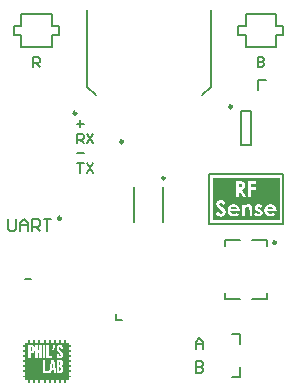
<source format=gbr>
%TF.GenerationSoftware,Altium Limited,Altium Designer,21.7.2 (23)*%
G04 Layer_Color=65535*
%FSLAX45Y45*%
%MOMM*%
%TF.SameCoordinates,838FB56E-0ED7-4152-9A2E-8E5145BDEB09*%
%TF.FilePolarity,Positive*%
%TF.FileFunction,Legend,Top*%
%TF.Part,Single*%
G01*
G75*
%TA.AperFunction,NonConductor*%
%ADD49C,0.15000*%
%ADD54C,0.22000*%
%ADD55C,0.25400*%
%ADD56C,0.25000*%
%ADD57C,0.20000*%
G36*
X-702737Y-445425D02*
X-702400D01*
Y-469725D01*
X-701387D01*
Y-470063D01*
X-701050D01*
Y-469725D01*
X-676075D01*
Y-489300D01*
X-654137D01*
Y-505500D01*
X-676075D01*
Y-532163D01*
X-654137D01*
Y-548362D01*
X-676075D01*
Y-574687D01*
X-654137D01*
Y-591225D01*
X-676075D01*
Y-617550D01*
X-654137D01*
Y-634087D01*
X-676075D01*
Y-660075D01*
X-654137D01*
Y-676613D01*
X-676075D01*
Y-702937D01*
X-654137D01*
Y-719475D01*
X-676075D01*
Y-745800D01*
X-654137D01*
Y-762000D01*
X-675738D01*
Y-762338D01*
X-676075D01*
Y-781575D01*
X-702400D01*
Y-782250D01*
X-702737D01*
Y-782587D01*
X-702400D01*
Y-805537D01*
X-702737D01*
Y-805875D01*
X-702400D01*
Y-806213D01*
X-719612D01*
Y-781575D01*
X-745262D01*
Y-806213D01*
X-761800D01*
Y-781575D01*
X-788125D01*
Y-806213D01*
X-804325D01*
Y-781575D01*
X-830650D01*
Y-783263D01*
X-830987D01*
Y-783600D01*
X-830650D01*
Y-805200D01*
X-830987D01*
Y-805537D01*
X-830650D01*
Y-805875D01*
X-830987D01*
Y-806213D01*
X-847188D01*
Y-800475D01*
Y-800138D01*
Y-781575D01*
X-873512D01*
Y-806213D01*
X-889712D01*
Y-782250D01*
X-890050D01*
Y-781575D01*
X-916375D01*
Y-806213D01*
X-932575D01*
Y-805875D01*
X-932912D01*
Y-783600D01*
X-932575D01*
Y-783263D01*
X-932912D01*
Y-781575D01*
X-958900D01*
Y-806213D01*
X-975437D01*
Y-781575D01*
X-1001762D01*
Y-806213D01*
X-1018300D01*
Y-781575D01*
X-1042937D01*
Y-762000D01*
X-1067237D01*
Y-745800D01*
X-1042937D01*
Y-719475D01*
X-1067237D01*
Y-702937D01*
X-1066900D01*
Y-703275D01*
X-1066563D01*
Y-702937D01*
X-1042937D01*
Y-676613D01*
X-1067237D01*
Y-660075D01*
X-1042937D01*
Y-634087D01*
X-1067237D01*
Y-617550D01*
X-1042937D01*
Y-591225D01*
X-1067237D01*
Y-575025D01*
X-1067575D01*
Y-574687D01*
X-1042937D01*
Y-548362D01*
X-1067575D01*
Y-548025D01*
X-1067237D01*
Y-532163D01*
X-1042937D01*
Y-505500D01*
X-1067237D01*
Y-489300D01*
X-1042937D01*
Y-470063D01*
X-1042600D01*
Y-469725D01*
X-1041925D01*
Y-470063D01*
X-1041587D01*
Y-469725D01*
X-1018975D01*
Y-470063D01*
X-1018637D01*
Y-469725D01*
X-1018300D01*
Y-445425D01*
X-1017625D01*
Y-445088D01*
X-1017287D01*
Y-445425D01*
X-1016950D01*
Y-445088D01*
X-1002100D01*
Y-445425D01*
X-1001762D01*
Y-469725D01*
X-1000750D01*
Y-470063D01*
X-1000412D01*
Y-469725D01*
X-975437D01*
Y-445425D01*
X-975100D01*
Y-445088D01*
X-959237D01*
Y-445425D01*
X-958900D01*
Y-469725D01*
X-957550D01*
Y-470063D01*
X-957212D01*
Y-469725D01*
X-933925D01*
Y-470063D01*
X-933587D01*
Y-469725D01*
X-932912D01*
Y-468713D01*
X-932575D01*
Y-468375D01*
X-932912D01*
Y-445763D01*
X-932575D01*
Y-445088D01*
X-916375D01*
Y-469725D01*
X-892075D01*
Y-470063D01*
X-891737D01*
Y-469725D01*
X-891062D01*
Y-470063D01*
X-890725D01*
Y-469725D01*
X-890050D01*
Y-469387D01*
X-889712D01*
Y-445088D01*
X-874187D01*
Y-445425D01*
X-873850D01*
Y-445088D01*
X-873512D01*
Y-469725D01*
X-848537D01*
Y-470063D01*
X-848200D01*
Y-469725D01*
X-847188D01*
Y-445425D01*
X-846850D01*
Y-445088D01*
X-830987D01*
Y-445763D01*
X-830650D01*
Y-469725D01*
X-805675D01*
Y-470063D01*
X-805337D01*
Y-469725D01*
X-805000D01*
Y-470063D01*
X-804662D01*
Y-469725D01*
X-804325D01*
Y-445088D01*
X-803987D01*
Y-445425D01*
X-803650D01*
Y-445088D01*
X-788125D01*
Y-469725D01*
X-787112D01*
Y-470063D01*
X-786775D01*
Y-469725D01*
X-761800D01*
Y-445425D01*
X-761463D01*
Y-445088D01*
X-745600D01*
Y-445425D01*
X-745262D01*
Y-469725D01*
X-744588D01*
Y-470063D01*
X-743912D01*
Y-469725D01*
X-721637D01*
Y-470063D01*
X-721300D01*
Y-469725D01*
X-719612D01*
Y-445088D01*
X-702737D01*
Y-445425D01*
D02*
G37*
G36*
X1107903Y766662D02*
Y575038D01*
X542097D01*
Y766662D01*
Y924962D01*
X1107903D01*
Y766662D01*
D02*
G37*
%LPC*%
G36*
X-748975Y-488288D02*
X-755725D01*
Y-488625D01*
X-758425D01*
Y-488962D01*
X-760113D01*
Y-489300D01*
X-761463D01*
Y-489638D01*
X-762475D01*
Y-489975D01*
X-763487D01*
Y-490312D01*
X-764500D01*
Y-490650D01*
X-765175D01*
Y-490988D01*
X-765850D01*
Y-491325D01*
X-766525D01*
Y-491662D01*
X-767200D01*
Y-492000D01*
X-767875D01*
Y-492338D01*
X-768212D01*
Y-492675D01*
X-768887D01*
Y-493012D01*
X-769225D01*
Y-493350D01*
X-769562D01*
Y-493688D01*
X-769900D01*
Y-494025D01*
X-770575D01*
Y-494362D01*
X-770912D01*
Y-494700D01*
X-771250D01*
Y-495038D01*
X-771587D01*
Y-495375D01*
X-771925D01*
Y-495712D01*
X-772262D01*
Y-496050D01*
X-772600D01*
Y-496725D01*
X-772937D01*
Y-497063D01*
X-773275D01*
Y-497400D01*
X-773612D01*
Y-498075D01*
X-773950D01*
Y-498413D01*
X-774288D01*
Y-499087D01*
X-774625D01*
Y-499425D01*
X-774962D01*
Y-500100D01*
X-775300D01*
Y-500775D01*
X-775638D01*
Y-501450D01*
X-775975D01*
Y-502125D01*
X-776312D01*
Y-502800D01*
X-776650D01*
Y-503475D01*
X-776988D01*
Y-504825D01*
X-777325D01*
Y-505500D01*
X-777662D01*
Y-506850D01*
X-778000D01*
Y-508200D01*
X-778338D01*
Y-510225D01*
X-778675D01*
Y-514275D01*
X-779012D01*
Y-518325D01*
X-778675D01*
Y-522038D01*
X-778338D01*
Y-523725D01*
X-778000D01*
Y-525412D01*
X-777662D01*
Y-526762D01*
X-777325D01*
Y-527775D01*
X-776988D01*
Y-528788D01*
X-776650D01*
Y-529800D01*
X-776312D01*
Y-530475D01*
X-775975D01*
Y-531150D01*
X-775638D01*
Y-531825D01*
X-775300D01*
Y-532837D01*
X-774962D01*
Y-533175D01*
X-774625D01*
Y-533850D01*
X-774288D01*
Y-534525D01*
X-773950D01*
Y-534863D01*
X-773612D01*
Y-535537D01*
X-773275D01*
Y-536213D01*
X-772937D01*
Y-536550D01*
X-772600D01*
Y-537225D01*
X-772262D01*
Y-537563D01*
X-771925D01*
Y-537900D01*
X-771587D01*
Y-538575D01*
X-771250D01*
Y-538913D01*
X-770912D01*
Y-539250D01*
X-770575D01*
Y-539925D01*
X-770237D01*
Y-540263D01*
X-769900D01*
Y-540600D01*
X-769562D01*
Y-540937D01*
X-769225D01*
Y-541613D01*
X-768887D01*
Y-541950D01*
X-768550D01*
Y-542287D01*
X-768212D01*
Y-542625D01*
X-767875D01*
Y-542963D01*
X-767537D01*
Y-543300D01*
X-767200D01*
Y-543637D01*
X-766862D01*
Y-543975D01*
X-766525D01*
Y-544650D01*
X-765850D01*
Y-545325D01*
X-765512D01*
Y-545663D01*
X-765175D01*
Y-546000D01*
X-764837D01*
Y-546337D01*
X-764163D01*
Y-547013D01*
X-763487D01*
Y-547687D01*
X-762813D01*
Y-548025D01*
X-762475D01*
Y-548362D01*
X-762137D01*
Y-548700D01*
X-761800D01*
Y-549038D01*
X-761463D01*
Y-549375D01*
X-761125D01*
Y-549712D01*
X-760787D01*
Y-550050D01*
X-760450D01*
Y-550388D01*
X-759775D01*
Y-551062D01*
X-759100D01*
Y-551400D01*
X-758763D01*
Y-551738D01*
X-758425D01*
Y-552075D01*
X-758087D01*
Y-552412D01*
X-757750D01*
Y-552750D01*
X-757413D01*
Y-553088D01*
X-757075D01*
Y-553425D01*
X-756737D01*
Y-553762D01*
X-756062D01*
Y-554438D01*
X-755725D01*
Y-554775D01*
X-755387D01*
Y-555112D01*
X-754712D01*
Y-555450D01*
X-754375D01*
Y-555788D01*
X-754037D01*
Y-556462D01*
X-753362D01*
Y-556800D01*
X-753025D01*
Y-557475D01*
X-752687D01*
Y-557812D01*
X-752350D01*
Y-558150D01*
X-752012D01*
Y-558488D01*
X-751675D01*
Y-558825D01*
X-751337D01*
Y-559500D01*
X-750662D01*
Y-560175D01*
X-750325D01*
Y-560512D01*
X-749987D01*
Y-560850D01*
X-749650D01*
Y-561525D01*
X-749312D01*
Y-561862D01*
X-748975D01*
Y-562538D01*
X-748637D01*
Y-563212D01*
X-748300D01*
Y-563550D01*
X-747962D01*
Y-564225D01*
X-747625D01*
Y-565238D01*
X-747287D01*
Y-565913D01*
X-746950D01*
Y-566925D01*
X-746612D01*
Y-568613D01*
X-746275D01*
Y-570300D01*
X-745938D01*
Y-570637D01*
Y-577050D01*
X-746275D01*
Y-578737D01*
X-746612D01*
Y-579413D01*
X-746950D01*
Y-580087D01*
X-747287D01*
Y-580763D01*
X-747625D01*
Y-581100D01*
X-747962D01*
Y-581437D01*
X-748300D01*
Y-581775D01*
X-748637D01*
Y-582112D01*
X-749312D01*
Y-582450D01*
X-750325D01*
Y-582788D01*
X-752687D01*
Y-583125D01*
X-753362D01*
Y-582788D01*
X-755725D01*
Y-582450D01*
X-756737D01*
Y-582112D01*
X-757075D01*
Y-581775D01*
X-757750D01*
Y-581437D01*
X-758087D01*
Y-581100D01*
X-758425D01*
Y-580763D01*
X-758763D01*
Y-580087D01*
X-759100D01*
Y-579413D01*
X-759437D01*
Y-578400D01*
X-759775D01*
Y-577050D01*
X-760113D01*
Y-565238D01*
X-779012D01*
Y-565575D01*
X-779350D01*
Y-565913D01*
X-779012D01*
Y-566250D01*
X-779350D01*
Y-573000D01*
X-779012D01*
Y-578737D01*
X-778675D01*
Y-581100D01*
X-778338D01*
Y-582450D01*
X-778000D01*
Y-583800D01*
X-777662D01*
Y-584812D01*
X-777325D01*
Y-585825D01*
X-776988D01*
Y-586838D01*
X-776650D01*
Y-587512D01*
X-776312D01*
Y-588188D01*
X-775975D01*
Y-589200D01*
X-775638D01*
Y-589538D01*
X-775300D01*
Y-590212D01*
X-774962D01*
Y-590888D01*
X-774625D01*
Y-591225D01*
X-774288D01*
Y-591900D01*
X-773950D01*
Y-592238D01*
X-773612D01*
Y-592575D01*
X-773275D01*
Y-593250D01*
X-772937D01*
Y-593588D01*
X-772600D01*
Y-593925D01*
X-772262D01*
Y-594262D01*
X-771925D01*
Y-594600D01*
X-771587D01*
Y-594938D01*
X-771250D01*
Y-595275D01*
X-770912D01*
Y-595612D01*
X-770575D01*
Y-595950D01*
X-770237D01*
Y-596288D01*
X-769562D01*
Y-596625D01*
X-769225D01*
Y-596962D01*
X-768550D01*
Y-597300D01*
X-768212D01*
Y-597638D01*
X-767875D01*
Y-597975D01*
X-767200D01*
Y-598312D01*
X-766525D01*
Y-598650D01*
X-765850D01*
Y-598988D01*
X-764837D01*
Y-599325D01*
X-764163D01*
Y-599663D01*
X-763150D01*
Y-600000D01*
X-762137D01*
Y-600337D01*
X-760787D01*
Y-600675D01*
X-759100D01*
Y-601013D01*
X-757075D01*
Y-601350D01*
X-748975D01*
Y-601013D01*
X-746275D01*
Y-600675D01*
X-744925D01*
Y-600337D01*
X-743575D01*
Y-600000D01*
X-742562D01*
Y-599663D01*
X-741550D01*
Y-599325D01*
X-740538D01*
Y-598988D01*
X-739862D01*
Y-598650D01*
X-739187D01*
Y-598312D01*
X-738512D01*
Y-597975D01*
X-737837D01*
Y-597638D01*
X-737500D01*
Y-597300D01*
X-736825D01*
Y-596962D01*
X-736487D01*
Y-596625D01*
X-735812D01*
Y-596288D01*
X-735475D01*
Y-595950D01*
X-735137D01*
Y-595612D01*
X-734462D01*
Y-595275D01*
X-734125D01*
Y-594938D01*
X-733787D01*
Y-594600D01*
X-733450D01*
Y-594262D01*
X-733112D01*
Y-593925D01*
X-732775D01*
Y-593588D01*
X-732437D01*
Y-593250D01*
X-732100D01*
Y-592575D01*
X-731762D01*
Y-592238D01*
X-731425D01*
Y-591900D01*
X-731087D01*
Y-591225D01*
X-730750D01*
Y-590888D01*
X-730413D01*
Y-590212D01*
X-730075D01*
Y-589538D01*
X-729737D01*
Y-589200D01*
X-729400D01*
Y-588525D01*
X-729063D01*
Y-587850D01*
X-728725D01*
Y-586838D01*
X-728387D01*
Y-586162D01*
X-728050D01*
Y-585150D01*
X-727713D01*
Y-584138D01*
X-727375D01*
Y-583125D01*
X-727037D01*
Y-581775D01*
X-726700D01*
Y-580087D01*
X-726363D01*
Y-577387D01*
X-726025D01*
Y-567600D01*
X-726363D01*
Y-565238D01*
X-726700D01*
Y-563550D01*
X-727037D01*
Y-561862D01*
X-727375D01*
Y-560850D01*
X-727713D01*
Y-559500D01*
X-728050D01*
Y-558825D01*
X-728387D01*
Y-557812D01*
X-728725D01*
Y-556800D01*
X-729063D01*
Y-556125D01*
X-729400D01*
Y-555450D01*
X-729737D01*
Y-554775D01*
X-730075D01*
Y-554100D01*
X-730413D01*
Y-553762D01*
X-730750D01*
Y-553088D01*
X-731087D01*
Y-552412D01*
X-731425D01*
Y-551738D01*
X-731762D01*
Y-551400D01*
X-732100D01*
Y-550725D01*
X-732437D01*
Y-550388D01*
X-732775D01*
Y-549712D01*
X-733112D01*
Y-549375D01*
X-733450D01*
Y-549038D01*
X-733787D01*
Y-548700D01*
X-734125D01*
Y-548025D01*
X-734462D01*
Y-547687D01*
X-734800D01*
Y-547350D01*
X-735137D01*
Y-547013D01*
X-735475D01*
Y-546337D01*
X-735812D01*
Y-546000D01*
X-736150D01*
Y-545663D01*
X-736487D01*
Y-545325D01*
X-736825D01*
Y-544987D01*
X-737162D01*
Y-544650D01*
X-737500D01*
Y-544313D01*
X-737837D01*
Y-543975D01*
X-738175D01*
Y-543300D01*
X-738850D01*
Y-542963D01*
X-739187D01*
Y-542625D01*
X-739525D01*
Y-542287D01*
X-739862D01*
Y-541950D01*
X-740200D01*
Y-541613D01*
X-740538D01*
Y-541275D01*
X-740875D01*
Y-540937D01*
X-741212D01*
Y-540600D01*
X-741550D01*
Y-540263D01*
X-741888D01*
Y-539925D01*
X-742225D01*
Y-539587D01*
X-742562D01*
Y-539250D01*
X-742900D01*
Y-538913D01*
X-743238D01*
Y-538575D01*
X-743575D01*
Y-538237D01*
X-743912D01*
Y-537900D01*
X-744250D01*
Y-537563D01*
X-744925D01*
Y-537225D01*
X-745262D01*
Y-536887D01*
X-745600D01*
Y-536550D01*
X-745938D01*
Y-536213D01*
X-746275D01*
Y-535875D01*
X-746612D01*
Y-535537D01*
X-746950D01*
Y-535200D01*
X-747287D01*
Y-534863D01*
X-747962D01*
Y-534525D01*
X-748300D01*
Y-534187D01*
X-748637D01*
Y-533850D01*
X-748975D01*
Y-533513D01*
X-749312D01*
Y-533175D01*
X-749650D01*
Y-532837D01*
X-749987D01*
Y-532500D01*
X-750325D01*
Y-532163D01*
X-750662D01*
Y-531825D01*
X-751000D01*
Y-531488D01*
X-751337D01*
Y-531150D01*
X-751675D01*
Y-530813D01*
X-752012D01*
Y-530475D01*
X-752350D01*
Y-530138D01*
X-752687D01*
Y-529800D01*
X-753025D01*
Y-529125D01*
X-753362D01*
Y-528788D01*
X-753700D01*
Y-528450D01*
X-754037D01*
Y-528112D01*
X-754375D01*
Y-527438D01*
X-754712D01*
Y-527100D01*
X-755050D01*
Y-526762D01*
X-755387D01*
Y-526088D01*
X-755725D01*
Y-525750D01*
X-756062D01*
Y-525075D01*
X-756400D01*
Y-524738D01*
X-756737D01*
Y-523725D01*
X-757075D01*
Y-523050D01*
X-757413D01*
Y-522375D01*
X-757750D01*
Y-521362D01*
X-758087D01*
Y-520350D01*
X-758425D01*
Y-519000D01*
X-758763D01*
Y-516300D01*
X-759100D01*
Y-514275D01*
X-758763D01*
Y-511913D01*
X-758425D01*
Y-510225D01*
X-758087D01*
Y-509550D01*
X-757750D01*
Y-509213D01*
X-757413D01*
Y-508537D01*
X-757075D01*
Y-508200D01*
X-756737D01*
Y-507863D01*
X-756400D01*
Y-507525D01*
X-755725D01*
Y-507187D01*
X-755050D01*
Y-506850D01*
X-754037D01*
Y-506513D01*
X-750325D01*
Y-506850D01*
X-748975D01*
Y-507187D01*
X-748637D01*
Y-507525D01*
X-747962D01*
Y-507863D01*
X-747287D01*
Y-508537D01*
X-746950D01*
Y-508875D01*
X-746612D01*
Y-509213D01*
X-746275D01*
Y-510225D01*
X-745938D01*
Y-510900D01*
X-745600D01*
Y-512925D01*
X-745262D01*
Y-522712D01*
X-726700D01*
Y-522375D01*
X-726363D01*
Y-511575D01*
X-726700D01*
Y-508875D01*
X-727037D01*
Y-507525D01*
X-727375D01*
Y-505837D01*
X-727713D01*
Y-504825D01*
X-728050D01*
Y-503813D01*
X-728387D01*
Y-502800D01*
X-728725D01*
Y-502125D01*
X-729063D01*
Y-501450D01*
X-729400D01*
Y-500775D01*
X-729737D01*
Y-500100D01*
X-730075D01*
Y-499425D01*
X-730413D01*
Y-498750D01*
X-730750D01*
Y-498413D01*
X-731087D01*
Y-497738D01*
X-731425D01*
Y-497400D01*
X-731762D01*
Y-497063D01*
X-732100D01*
Y-496388D01*
X-732437D01*
Y-496050D01*
X-732775D01*
Y-495712D01*
X-733112D01*
Y-495375D01*
X-733450D01*
Y-495038D01*
X-733787D01*
Y-494700D01*
X-734125D01*
Y-494362D01*
X-734462D01*
Y-494025D01*
X-734800D01*
Y-493688D01*
X-735137D01*
Y-493350D01*
X-735475D01*
Y-493012D01*
X-736150D01*
Y-492675D01*
X-736487D01*
Y-492338D01*
X-737162D01*
Y-492000D01*
X-737500D01*
Y-491662D01*
X-738175D01*
Y-491325D01*
X-738850D01*
Y-490988D01*
X-739525D01*
Y-490650D01*
X-740200D01*
Y-490312D01*
X-741212D01*
Y-489975D01*
X-741888D01*
Y-489638D01*
X-743238D01*
Y-489300D01*
X-744588D01*
Y-488962D01*
X-746275D01*
Y-488625D01*
X-748975D01*
Y-488288D01*
D02*
G37*
G36*
X-794200Y-489975D02*
X-813775D01*
Y-490312D01*
X-813438D01*
Y-494700D01*
Y-495038D01*
Y-508537D01*
X-813775D01*
Y-508875D01*
X-808712D01*
Y-509550D01*
X-809050D01*
Y-510563D01*
X-809388D01*
Y-511575D01*
X-809725D01*
Y-512587D01*
X-810062D01*
Y-513600D01*
X-810400D01*
Y-514275D01*
X-810738D01*
Y-515288D01*
X-811075D01*
Y-516300D01*
X-811412D01*
Y-517312D01*
X-811750D01*
Y-518325D01*
X-812088D01*
Y-519338D01*
X-812425D01*
Y-520012D01*
X-812762D01*
Y-521025D01*
X-813100D01*
Y-522038D01*
X-813438D01*
Y-523388D01*
X-813775D01*
Y-524062D01*
X-814112D01*
Y-525075D01*
X-814450D01*
Y-526088D01*
X-814787D01*
Y-527100D01*
X-814450D01*
Y-527438D01*
X-814112D01*
Y-527100D01*
X-813775D01*
Y-527438D01*
X-804325D01*
Y-527100D01*
X-803987D01*
Y-526425D01*
X-803650D01*
Y-525750D01*
X-803312D01*
Y-525075D01*
X-802975D01*
Y-524400D01*
X-802637D01*
Y-523725D01*
X-802300D01*
Y-523050D01*
X-801962D01*
Y-522375D01*
X-801625D01*
Y-521362D01*
X-801287D01*
Y-520688D01*
X-800950D01*
Y-520012D01*
X-800612D01*
Y-519338D01*
X-800275D01*
Y-518662D01*
X-799937D01*
Y-517650D01*
X-799600D01*
Y-516975D01*
X-799262D01*
Y-516300D01*
X-798925D01*
Y-515625D01*
X-798587D01*
Y-514950D01*
X-798250D01*
Y-514275D01*
X-797913D01*
Y-513600D01*
X-797575D01*
Y-512587D01*
X-797237D01*
Y-511913D01*
X-796900D01*
Y-511237D01*
X-796563D01*
Y-510563D01*
X-796225D01*
Y-509887D01*
X-795887D01*
Y-509213D01*
X-795550D01*
Y-508537D01*
X-795213D01*
Y-507525D01*
X-794875D01*
Y-506850D01*
X-794537D01*
Y-506175D01*
X-794200D01*
Y-489975D01*
D02*
G37*
G36*
X-904562D02*
X-924475D01*
Y-490312D01*
X-924137D01*
Y-490650D01*
X-924475D01*
Y-533513D01*
X-939325D01*
Y-518325D01*
Y-517988D01*
Y-489975D01*
X-959237D01*
Y-599325D01*
X-958900D01*
Y-600000D01*
X-958562D01*
Y-599663D01*
X-940337D01*
Y-600000D01*
X-940000D01*
Y-599663D01*
X-939325D01*
Y-551400D01*
X-938987D01*
Y-551738D01*
X-924475D01*
Y-552075D01*
X-924137D01*
Y-552412D01*
X-924475D01*
Y-598650D01*
X-924137D01*
Y-598988D01*
X-924475D01*
Y-599663D01*
X-904562D01*
Y-489975D01*
D02*
G37*
G36*
X-987250D02*
X-1018300D01*
Y-599663D01*
X-998387D01*
Y-556462D01*
X-998050D01*
Y-556125D01*
X-986575D01*
Y-555788D01*
X-984887D01*
Y-555450D01*
X-983200D01*
Y-555112D01*
X-981850D01*
Y-554775D01*
X-980838D01*
Y-554438D01*
X-979825D01*
Y-554100D01*
X-979150D01*
Y-553762D01*
X-978475D01*
Y-553425D01*
X-977800D01*
Y-553088D01*
X-977125D01*
Y-552750D01*
X-976450D01*
Y-552412D01*
X-975775D01*
Y-552075D01*
X-975437D01*
Y-551738D01*
X-975100D01*
Y-551400D01*
X-974425D01*
Y-551062D01*
X-974087D01*
Y-550725D01*
X-973750D01*
Y-550388D01*
X-973412D01*
Y-550050D01*
X-972737D01*
Y-549712D01*
X-972400D01*
Y-549375D01*
X-972062D01*
Y-548700D01*
X-971387D01*
Y-548025D01*
X-971050D01*
Y-547687D01*
X-970712D01*
Y-547350D01*
X-970375D01*
Y-546675D01*
X-970037D01*
Y-546337D01*
X-969700D01*
Y-545663D01*
X-969362D01*
Y-545325D01*
X-969025D01*
Y-544650D01*
X-968687D01*
Y-543975D01*
X-968350D01*
Y-543300D01*
X-968012D01*
Y-542625D01*
X-967675D01*
Y-541613D01*
X-967337D01*
Y-540600D01*
X-967000D01*
Y-539587D01*
X-966663D01*
Y-538575D01*
X-966325D01*
Y-536887D01*
X-965987D01*
Y-534525D01*
X-965650D01*
Y-531150D01*
X-965313D01*
Y-514950D01*
X-965650D01*
Y-511237D01*
X-965987D01*
Y-509213D01*
X-966325D01*
Y-507525D01*
X-966663D01*
Y-506175D01*
X-967000D01*
Y-505163D01*
X-967337D01*
Y-504487D01*
X-967675D01*
Y-503475D01*
X-968012D01*
Y-502800D01*
X-968350D01*
Y-502125D01*
X-968687D01*
Y-501450D01*
X-969025D01*
Y-500775D01*
X-969362D01*
Y-500100D01*
X-969700D01*
Y-499763D01*
X-970037D01*
Y-499087D01*
X-970375D01*
Y-498750D01*
X-970712D01*
Y-498413D01*
X-971050D01*
Y-497738D01*
X-971387D01*
Y-497400D01*
X-971725D01*
Y-497063D01*
X-972062D01*
Y-496725D01*
X-972400D01*
Y-496388D01*
X-972737D01*
Y-496050D01*
X-973075D01*
Y-495712D01*
X-973412D01*
Y-495375D01*
X-973750D01*
Y-495038D01*
X-974425D01*
Y-494700D01*
X-974762D01*
Y-494362D01*
X-975437D01*
Y-494025D01*
X-975775D01*
Y-493688D01*
X-976450D01*
Y-493350D01*
X-976787D01*
Y-493012D01*
X-977462D01*
Y-492675D01*
X-978137D01*
Y-492338D01*
X-978812D01*
Y-492000D01*
X-979825D01*
Y-491662D01*
X-980500D01*
Y-491325D01*
X-981850D01*
Y-490988D01*
X-982862D01*
Y-490650D01*
X-984887D01*
Y-490312D01*
X-987250D01*
Y-489975D01*
D02*
G37*
G36*
X-845838D02*
X-865750D01*
Y-599663D01*
X-818500D01*
Y-600000D01*
X-818162D01*
Y-581437D01*
X-845838D01*
Y-489975D01*
D02*
G37*
G36*
X-875200D02*
X-895113D01*
Y-599325D01*
X-894775D01*
Y-599663D01*
X-875537D01*
Y-600000D01*
X-875200D01*
Y-595275D01*
Y-594938D01*
Y-489975D01*
D02*
G37*
G36*
X-749650Y-613837D02*
X-780025D01*
Y-723862D01*
X-747287D01*
Y-723525D01*
X-744925D01*
Y-723188D01*
X-743238D01*
Y-722850D01*
X-741888D01*
Y-722512D01*
X-740875D01*
Y-722175D01*
X-740200D01*
Y-721838D01*
X-739187D01*
Y-721500D01*
X-738512D01*
Y-721162D01*
X-737837D01*
Y-720825D01*
X-737162D01*
Y-720488D01*
X-736487D01*
Y-720150D01*
X-735812D01*
Y-719812D01*
X-735137D01*
Y-719475D01*
X-734800D01*
Y-719137D01*
X-734462D01*
Y-718800D01*
X-733787D01*
Y-718462D01*
X-733450D01*
Y-718125D01*
X-733112D01*
Y-717787D01*
X-732775D01*
Y-717450D01*
X-732437D01*
Y-717112D01*
X-732100D01*
Y-716775D01*
X-731762D01*
Y-716437D01*
X-731425D01*
Y-716100D01*
X-731087D01*
Y-715763D01*
X-730750D01*
Y-715425D01*
X-730413D01*
Y-714750D01*
X-730075D01*
Y-714413D01*
X-729737D01*
Y-713737D01*
X-729400D01*
Y-713400D01*
X-729063D01*
Y-712725D01*
X-728725D01*
Y-712050D01*
X-728387D01*
Y-711713D01*
X-728050D01*
Y-711037D01*
X-727713D01*
Y-710025D01*
X-727375D01*
Y-709350D01*
X-727037D01*
Y-708337D01*
X-726700D01*
Y-707325D01*
X-726363D01*
Y-705975D01*
X-726025D01*
Y-704625D01*
X-725687D01*
Y-702600D01*
X-725350D01*
Y-698212D01*
X-725013D01*
Y-686062D01*
X-725350D01*
Y-682350D01*
X-725687D01*
Y-679987D01*
X-726025D01*
Y-678637D01*
X-726363D01*
Y-677287D01*
X-726700D01*
Y-676275D01*
X-727037D01*
Y-675263D01*
X-727375D01*
Y-674587D01*
X-727713D01*
Y-673913D01*
X-728050D01*
Y-673237D01*
X-728387D01*
Y-672563D01*
X-728725D01*
Y-671887D01*
X-729063D01*
Y-671550D01*
X-729400D01*
Y-670875D01*
X-729737D01*
Y-670537D01*
X-730075D01*
Y-669863D01*
X-730413D01*
Y-669525D01*
X-730750D01*
Y-669187D01*
X-731087D01*
Y-668850D01*
X-731425D01*
Y-668513D01*
X-731762D01*
Y-668175D01*
X-732100D01*
Y-667837D01*
X-732437D01*
Y-667500D01*
X-732775D01*
Y-667162D01*
X-733450D01*
Y-666825D01*
X-733787D01*
Y-666488D01*
X-734125D01*
Y-666150D01*
X-734800D01*
Y-665812D01*
X-735475D01*
Y-665475D01*
X-735812D01*
Y-665138D01*
X-735475D01*
Y-664800D01*
X-735137D01*
Y-664462D01*
X-734462D01*
Y-664125D01*
X-734125D01*
Y-663788D01*
X-733787D01*
Y-663450D01*
X-733450D01*
Y-663112D01*
X-733112D01*
Y-662775D01*
X-732775D01*
Y-662438D01*
X-732437D01*
Y-662100D01*
X-732100D01*
Y-661762D01*
X-731762D01*
Y-661425D01*
X-731425D01*
Y-660750D01*
X-731087D01*
Y-660412D01*
X-730750D01*
Y-660075D01*
X-730413D01*
Y-659400D01*
X-730075D01*
Y-658725D01*
X-729737D01*
Y-658050D01*
X-729400D01*
Y-657375D01*
X-729063D01*
Y-656700D01*
X-728725D01*
Y-655688D01*
X-728387D01*
Y-654675D01*
X-728050D01*
Y-653325D01*
X-727713D01*
Y-651975D01*
X-727375D01*
Y-649950D01*
X-727037D01*
Y-645900D01*
X-726700D01*
Y-640500D01*
X-727037D01*
Y-634425D01*
X-727375D01*
Y-632400D01*
X-727713D01*
Y-630712D01*
X-728050D01*
Y-629362D01*
X-728387D01*
Y-628350D01*
X-728725D01*
Y-627338D01*
X-729063D01*
Y-626662D01*
X-729400D01*
Y-625988D01*
X-729737D01*
Y-625312D01*
X-730075D01*
Y-624638D01*
X-730413D01*
Y-623962D01*
X-730750D01*
Y-623288D01*
X-731087D01*
Y-622950D01*
X-731425D01*
Y-622612D01*
X-731762D01*
Y-621938D01*
X-732100D01*
Y-621600D01*
X-732437D01*
Y-621262D01*
X-732775D01*
Y-620588D01*
X-733112D01*
Y-620250D01*
X-733787D01*
Y-619912D01*
X-734125D01*
Y-619575D01*
X-734462D01*
Y-619238D01*
X-734800D01*
Y-618900D01*
X-735137D01*
Y-618562D01*
X-735812D01*
Y-618225D01*
X-736150D01*
Y-617888D01*
X-736825D01*
Y-617550D01*
X-737162D01*
Y-617212D01*
X-737837D01*
Y-616875D01*
X-738512D01*
Y-616538D01*
X-739187D01*
Y-616200D01*
X-740200D01*
Y-615862D01*
X-740875D01*
Y-615525D01*
X-742225D01*
Y-615187D01*
X-743238D01*
Y-614850D01*
X-744925D01*
Y-614513D01*
X-746612D01*
Y-614175D01*
X-749650D01*
Y-613837D01*
D02*
G37*
G36*
X-800950D02*
X-825925D01*
Y-614513D01*
X-826263D01*
Y-616538D01*
X-826600D01*
Y-618562D01*
X-826937D01*
Y-620588D01*
X-827275D01*
Y-622612D01*
X-827613D01*
Y-624638D01*
X-827950D01*
Y-626662D01*
X-828287D01*
Y-628688D01*
X-828625D01*
Y-631050D01*
X-828963D01*
Y-632738D01*
X-829300D01*
Y-635100D01*
X-829637D01*
Y-636787D01*
X-829975D01*
Y-638813D01*
X-830313D01*
Y-640837D01*
X-830650D01*
Y-643200D01*
X-830987D01*
Y-644887D01*
X-831325D01*
Y-647250D01*
X-831663D01*
Y-648937D01*
X-832000D01*
Y-650962D01*
X-832337D01*
Y-652988D01*
X-832675D01*
Y-655012D01*
X-833012D01*
Y-657375D01*
X-833350D01*
Y-659062D01*
X-833687D01*
Y-661425D01*
X-834025D01*
Y-663450D01*
X-834362D01*
Y-665475D01*
X-834700D01*
Y-667500D01*
X-835037D01*
Y-669525D01*
X-835375D01*
Y-670200D01*
X-835037D01*
Y-670537D01*
X-835375D01*
Y-671887D01*
X-835712D01*
Y-674587D01*
X-836050D01*
Y-676613D01*
X-836387D01*
Y-678637D01*
X-836725D01*
Y-681000D01*
X-837062D01*
Y-682687D01*
X-837400D01*
Y-684712D01*
X-837737D01*
Y-687075D01*
X-838075D01*
Y-689100D01*
X-838412D01*
Y-691125D01*
X-838750D01*
Y-693150D01*
X-839087D01*
Y-695175D01*
X-839425D01*
Y-697200D01*
X-839762D01*
Y-699225D01*
X-840100D01*
Y-701250D01*
X-840437D01*
Y-703275D01*
X-840775D01*
Y-705300D01*
X-841112D01*
Y-707325D01*
X-841450D01*
Y-709350D01*
X-841787D01*
Y-711375D01*
X-842125D01*
Y-713400D01*
X-842462D01*
Y-715425D01*
X-842800D01*
Y-717450D01*
X-843138D01*
Y-719475D01*
X-843475D01*
Y-721500D01*
X-843812D01*
Y-723862D01*
X-825250D01*
Y-722850D01*
X-824912D01*
Y-720488D01*
X-824575D01*
Y-718125D01*
X-824237D01*
Y-715425D01*
X-823900D01*
Y-713400D01*
X-823562D01*
Y-711037D01*
X-823225D01*
Y-708675D01*
X-822887D01*
Y-706313D01*
X-822550D01*
Y-703950D01*
X-822212D01*
Y-702937D01*
X-805675D01*
Y-704287D01*
X-805337D01*
Y-706650D01*
X-805000D01*
Y-709013D01*
X-804662D01*
Y-711375D01*
X-804325D01*
Y-713400D01*
X-803987D01*
Y-715763D01*
X-803650D01*
Y-718125D01*
X-803312D01*
Y-720488D01*
X-802975D01*
Y-722850D01*
X-802637D01*
Y-723862D01*
X-783062D01*
Y-721500D01*
X-783400D01*
Y-719475D01*
X-783737D01*
Y-717450D01*
X-784075D01*
Y-715425D01*
X-784412D01*
Y-713400D01*
X-784750D01*
Y-711375D01*
X-785087D01*
Y-709350D01*
X-785425D01*
Y-707325D01*
X-785762D01*
Y-705300D01*
X-786100D01*
Y-703275D01*
X-786437D01*
Y-700912D01*
X-786775D01*
Y-698888D01*
X-787112D01*
Y-697200D01*
X-787450D01*
Y-694838D01*
X-787787D01*
Y-692812D01*
X-788125D01*
Y-690788D01*
X-788462D01*
Y-688762D01*
X-788800D01*
Y-686400D01*
X-789137D01*
Y-684375D01*
X-789475D01*
Y-682687D01*
X-789812D01*
Y-679987D01*
X-790150D01*
Y-677625D01*
X-790487D01*
Y-675600D01*
X-790825D01*
Y-673575D01*
X-791163D01*
Y-671550D01*
X-791500D01*
Y-669525D01*
X-791837D01*
Y-667500D01*
X-792175D01*
Y-665138D01*
X-792513D01*
Y-663112D01*
X-792850D01*
Y-661088D01*
X-793187D01*
Y-659062D01*
X-793525D01*
Y-657038D01*
X-793863D01*
Y-655012D01*
X-794200D01*
Y-652988D01*
X-794537D01*
Y-650962D01*
X-794875D01*
Y-648937D01*
X-795213D01*
Y-646913D01*
X-795550D01*
Y-644887D01*
X-795887D01*
Y-642863D01*
X-796225D01*
Y-640837D01*
X-796563D01*
Y-638813D01*
X-796900D01*
Y-636787D01*
X-797237D01*
Y-634763D01*
X-797575D01*
Y-632738D01*
X-797913D01*
Y-630712D01*
X-798250D01*
Y-628688D01*
X-798587D01*
Y-626325D01*
X-798925D01*
Y-624638D01*
X-799262D01*
Y-622612D01*
X-799600D01*
Y-620588D01*
X-799937D01*
Y-618225D01*
X-800275D01*
Y-616200D01*
X-800612D01*
Y-614175D01*
X-800950D01*
Y-613837D01*
D02*
G37*
G36*
X-874862D02*
X-894437D01*
Y-723862D01*
X-847188D01*
Y-705637D01*
X-874862D01*
Y-613837D01*
D02*
G37*
%LPD*%
G36*
X-989275Y-508537D02*
X-988600D01*
Y-508875D01*
X-987925D01*
Y-509213D01*
X-987250D01*
Y-509550D01*
X-986912D01*
Y-509887D01*
X-986575D01*
Y-510563D01*
X-986237D01*
Y-511237D01*
X-985900D01*
Y-511913D01*
X-985562D01*
Y-513263D01*
X-985225D01*
Y-532500D01*
X-985562D01*
Y-533850D01*
X-985900D01*
Y-534863D01*
X-986237D01*
Y-535537D01*
X-986575D01*
Y-536213D01*
X-986912D01*
Y-536550D01*
X-987587D01*
Y-536887D01*
X-987925D01*
Y-537225D01*
X-988600D01*
Y-537563D01*
X-989950D01*
Y-537900D01*
X-998387D01*
Y-528450D01*
Y-528112D01*
Y-508200D01*
X-989275D01*
Y-508537D01*
D02*
G37*
G36*
X-751337Y-632737D02*
X-750325D01*
Y-633075D01*
X-749650D01*
Y-633413D01*
X-749312D01*
Y-633750D01*
X-748637D01*
Y-634425D01*
X-748300D01*
Y-634763D01*
X-747962D01*
Y-635437D01*
X-747625D01*
Y-636113D01*
X-747287D01*
Y-637125D01*
X-746950D01*
Y-639825D01*
X-746612D01*
Y-649612D01*
X-746950D01*
Y-651975D01*
X-747287D01*
Y-652988D01*
X-747625D01*
Y-654000D01*
X-747962D01*
Y-654338D01*
X-748300D01*
Y-655012D01*
X-748637D01*
Y-655350D01*
X-748975D01*
Y-655688D01*
X-749312D01*
Y-656025D01*
X-749650D01*
Y-656362D01*
X-750325D01*
Y-656700D01*
X-751337D01*
Y-657038D01*
X-752687D01*
Y-657375D01*
X-760450D01*
Y-632400D01*
X-751337D01*
Y-632737D01*
D02*
G37*
G36*
X-751000Y-676275D02*
X-749650D01*
Y-676613D01*
X-748975D01*
Y-676950D01*
X-748300D01*
Y-677287D01*
X-747962D01*
Y-677625D01*
X-747625D01*
Y-677963D01*
X-747287D01*
Y-678300D01*
X-746950D01*
Y-678637D01*
X-746612D01*
Y-679313D01*
X-746275D01*
Y-679987D01*
X-745938D01*
Y-681000D01*
X-745600D01*
Y-682350D01*
X-745262D01*
Y-686400D01*
X-744925D01*
Y-697200D01*
X-745262D01*
Y-700575D01*
X-745600D01*
Y-701925D01*
X-745938D01*
Y-702600D01*
X-746275D01*
Y-703275D01*
X-746612D01*
Y-703950D01*
X-747287D01*
Y-704287D01*
X-747625D01*
Y-704625D01*
X-747962D01*
Y-704963D01*
X-748975D01*
Y-705300D01*
X-750325D01*
Y-705637D01*
X-760450D01*
Y-687750D01*
Y-687412D01*
Y-675937D01*
X-751000D01*
Y-676275D01*
D02*
G37*
G36*
X-813775Y-646913D02*
X-813438D01*
Y-647250D01*
X-813775D01*
Y-647925D01*
X-813438D01*
Y-649612D01*
X-813100D01*
Y-652312D01*
X-812762D01*
Y-654675D01*
X-812425D01*
Y-657375D01*
X-812088D01*
Y-659400D01*
X-811750D01*
Y-662100D01*
X-811412D01*
Y-664125D01*
X-811075D01*
Y-666825D01*
X-810738D01*
Y-668850D01*
X-810400D01*
Y-671550D01*
X-810062D01*
Y-673575D01*
X-809725D01*
Y-676275D01*
X-809388D01*
Y-678637D01*
X-809050D01*
Y-680663D01*
X-808712D01*
Y-683025D01*
X-808375D01*
Y-685388D01*
X-819850D01*
Y-683700D01*
X-819512D01*
Y-681675D01*
X-819175D01*
Y-678975D01*
X-818837D01*
Y-676613D01*
X-818500D01*
Y-674250D01*
X-818162D01*
Y-672225D01*
X-817825D01*
Y-669525D01*
X-817487D01*
Y-667162D01*
X-817150D01*
Y-664800D01*
X-816812D01*
Y-662438D01*
X-816475D01*
Y-661762D01*
Y-661425D01*
Y-660075D01*
X-816137D01*
Y-657712D01*
X-815800D01*
Y-655350D01*
X-815462D01*
Y-652650D01*
X-815125D01*
Y-650287D01*
X-814787D01*
Y-647925D01*
X-814450D01*
Y-645900D01*
X-814112D01*
Y-644550D01*
X-813775D01*
Y-646913D01*
D02*
G37*
%LPC*%
G36*
X911332Y899962D02*
X845099D01*
Y766662D01*
X870301D01*
Y826647D01*
X911332D01*
Y851224D01*
X870301D01*
Y875385D01*
X911332D01*
Y899962D01*
D02*
G37*
G36*
X769077D02*
X738668D01*
Y766662D01*
X763870D01*
Y823106D01*
X766161D01*
X796362Y766662D01*
X824063D01*
X792404Y825814D01*
X796778Y827688D01*
X800736Y829771D01*
X804068Y832062D01*
X806567Y834145D01*
X808650Y836228D01*
X810108Y837686D01*
X811150Y838727D01*
X811358Y839144D01*
X813441Y842685D01*
X815107Y846434D01*
X816148Y849974D01*
X816981Y853515D01*
X817398Y856639D01*
X817814Y859139D01*
Y859972D01*
Y860597D01*
Y861013D01*
Y861222D01*
X817606Y865804D01*
X816981Y869969D01*
X815940Y873510D01*
X814899Y876843D01*
X813857Y879342D01*
X812816Y881216D01*
X812191Y882466D01*
X811983Y882883D01*
X809692Y886007D01*
X807192Y888715D01*
X804693Y891006D01*
X802402Y892880D01*
X800319Y894338D01*
X798444Y895171D01*
X797403Y895796D01*
X797195Y896004D01*
X796986D01*
X795112Y896629D01*
X793029Y897254D01*
X788030Y898295D01*
X782823Y898920D01*
X777825Y899545D01*
X775325D01*
X773034Y899753D01*
X770951D01*
X769077Y899962D01*
D02*
G37*
G36*
X611617Y740003D02*
X609951D01*
X607035Y739794D01*
X604327Y739586D01*
X599329Y738545D01*
X594955Y736878D01*
X591206Y735004D01*
X588082Y733129D01*
X586832Y732296D01*
X585791Y731671D01*
X584957Y730838D01*
X584333Y730422D01*
X584124Y730213D01*
X583916Y730005D01*
X582042Y728131D01*
X580584Y726048D01*
X579126Y724173D01*
X577876Y722091D01*
X576001Y718133D01*
X574752Y714384D01*
X574127Y711052D01*
X573919Y709802D01*
X573710Y708552D01*
X573502Y707511D01*
Y706886D01*
Y706470D01*
Y706261D01*
X573710Y702720D01*
X574543Y699180D01*
X575585Y695847D01*
X576626Y692931D01*
X577876Y690432D01*
X578709Y688557D01*
X579542Y687308D01*
X579750Y687099D01*
Y686891D01*
X581000Y685017D01*
X582666Y682934D01*
X584749Y680851D01*
X586832Y678560D01*
X591414Y673978D01*
X596205Y669604D01*
X600578Y665647D01*
X602661Y663980D01*
X604327Y662522D01*
X605785Y661273D01*
X606827Y660440D01*
X607660Y659815D01*
X607868Y659607D01*
X611826Y656274D01*
X614950Y653566D01*
X617449Y651067D01*
X619324Y649193D01*
X620782Y647526D01*
X621823Y646485D01*
X622240Y645860D01*
X622448Y645652D01*
X623698Y643986D01*
X624531Y642319D01*
X625155Y640861D01*
X625572Y639612D01*
X625780Y638362D01*
X625989Y637529D01*
Y636904D01*
Y636696D01*
X625780Y634821D01*
X625364Y633155D01*
X624531Y631697D01*
X623698Y630447D01*
X622864Y629406D01*
X622031Y628573D01*
X621615Y628156D01*
X621406Y627948D01*
X619740Y626698D01*
X617866Y625865D01*
X615991Y625032D01*
X614325Y624615D01*
X612867Y624407D01*
X611617Y624199D01*
X610576D01*
X608285Y624407D01*
X605994Y625032D01*
X603911Y625865D01*
X601828Y626907D01*
X598079Y629822D01*
X594955Y633155D01*
X592247Y636279D01*
X590164Y639195D01*
X589540Y640236D01*
X588915Y641070D01*
X588706Y641694D01*
X588498Y641903D01*
X567254Y628989D01*
X570170Y623782D01*
X573294Y619200D01*
X576210Y615451D01*
X579126Y612327D01*
X581417Y610036D01*
X583499Y608161D01*
X584749Y607328D01*
X584957Y606912D01*
X585166D01*
X589331Y604621D01*
X593497Y602954D01*
X597663Y601705D01*
X601620Y600872D01*
X604952Y600455D01*
X606410Y600247D01*
X607660D01*
X608493Y600038D01*
X609951D01*
X613284Y600247D01*
X616408Y600455D01*
X622240Y601705D01*
X627447Y603371D01*
X629529Y604412D01*
X631612Y605454D01*
X633487Y606287D01*
X634945Y607328D01*
X636403Y608161D01*
X637444Y608994D01*
X638277Y609619D01*
X639110Y610244D01*
X639319Y610452D01*
X639527Y610661D01*
X641610Y612744D01*
X643276Y614826D01*
X644942Y617117D01*
X646192Y619408D01*
X648275Y623782D01*
X649524Y628156D01*
X650357Y631905D01*
X650566Y633363D01*
X650774Y634821D01*
X650982Y635863D01*
Y637529D01*
X650774Y640653D01*
X650566Y643569D01*
X649941Y646277D01*
X649316Y648568D01*
X648691Y650442D01*
X648275Y651900D01*
X647858Y652733D01*
X647650Y653150D01*
X646192Y655857D01*
X644734Y658357D01*
X642859Y660856D01*
X640985Y663147D01*
X639527Y665230D01*
X638069Y666688D01*
X637236Y667521D01*
X636819Y667938D01*
X636194Y668563D01*
X635153Y669396D01*
X632654Y671687D01*
X629946Y674186D01*
X626822Y676685D01*
X623906Y679185D01*
X621406Y681268D01*
X620573Y682101D01*
X619740Y682726D01*
X619324Y682934D01*
X619115Y683142D01*
X616408Y685433D01*
X613908Y687724D01*
X611617Y689599D01*
X609743Y691265D01*
X608077Y692931D01*
X606410Y694389D01*
X604119Y696680D01*
X602453Y698347D01*
X601412Y699388D01*
X600787Y700013D01*
X600578Y700221D01*
X599329Y702512D01*
X598704Y704595D01*
Y705428D01*
X598496Y706053D01*
Y706470D01*
Y706678D01*
X598704Y707927D01*
X598912Y708969D01*
X600162Y711052D01*
X601203Y712301D01*
X601412Y712510D01*
X601620Y712718D01*
X602870Y713551D01*
X604119Y714384D01*
X606827Y715009D01*
X608077Y715217D01*
X608910Y715426D01*
X609743D01*
X611617Y715217D01*
X613492Y714801D01*
X615366Y714176D01*
X617241Y713343D01*
X620573Y711052D01*
X623489Y708552D01*
X626197Y706053D01*
X628071Y703762D01*
X628696Y702929D01*
X629321Y702304D01*
X629529Y701887D01*
X629738Y701679D01*
X648691Y718341D01*
X644734Y722507D01*
X641193Y726256D01*
X637861Y729172D01*
X634736Y731463D01*
X632445Y733129D01*
X630571Y734379D01*
X629321Y735004D01*
X629113Y735212D01*
X628905D01*
X625572Y736878D01*
X622240Y737920D01*
X618907Y738753D01*
X615991Y739378D01*
X613492Y739794D01*
X611617Y740003D01*
D02*
G37*
G36*
X846557Y704387D02*
X845099D01*
X842392Y704178D01*
X839892Y703970D01*
X837393Y703554D01*
X835310Y702929D01*
X833435Y702304D01*
X832186Y701887D01*
X831353Y701679D01*
X830936Y701471D01*
X828437Y700221D01*
X825729Y698763D01*
X823230Y697097D01*
X820939Y695639D01*
X818856Y693973D01*
X817398Y692931D01*
X816357Y692098D01*
X815940Y691682D01*
Y701887D01*
X791155D01*
Y603371D01*
X815940D01*
Y642736D01*
Y645443D01*
Y647943D01*
Y650234D01*
X816148Y652317D01*
Y654191D01*
X816357Y655857D01*
X816565Y658565D01*
Y660440D01*
X816773Y661689D01*
X816981Y662522D01*
Y662731D01*
X817814Y665855D01*
X819064Y668563D01*
X820314Y670854D01*
X821355Y672936D01*
X822605Y674394D01*
X823438Y675644D01*
X824063Y676269D01*
X824271Y676477D01*
X826354Y678143D01*
X828645Y679393D01*
X830728Y680435D01*
X832602Y681059D01*
X834477Y681476D01*
X835727Y681684D01*
X836976D01*
X839059Y681476D01*
X840934Y681268D01*
X842600Y680643D01*
X844058Y680226D01*
X845099Y679601D01*
X845932Y678977D01*
X846349Y678768D01*
X846557Y678560D01*
X848015Y677310D01*
X849056Y675852D01*
X850931Y672936D01*
X851348Y671687D01*
X851764Y670645D01*
X852181Y669812D01*
Y669604D01*
X852389Y668354D01*
X852806Y666896D01*
X853222Y663564D01*
X853430Y659815D01*
X853639Y655857D01*
X853847Y652108D01*
Y650650D01*
Y649193D01*
Y647943D01*
Y647110D01*
Y646485D01*
Y646277D01*
Y603371D01*
X878632D01*
Y668354D01*
X878216Y674394D01*
X877174Y679601D01*
X875925Y683975D01*
X874258Y687516D01*
X872592Y690432D01*
X871342Y692306D01*
X870301Y693556D01*
X869884Y693973D01*
X868010Y695847D01*
X865927Y697513D01*
X863844Y698763D01*
X861762Y700013D01*
X857596Y701887D01*
X853639Y703137D01*
X850306Y703762D01*
X848848Y704178D01*
X847599D01*
X846557Y704387D01*
D02*
G37*
G36*
X931952D02*
X930286D01*
X925287Y703970D01*
X920913Y703137D01*
X916956Y701679D01*
X913623Y700221D01*
X910916Y698763D01*
X909041Y697305D01*
X907791Y696472D01*
X907583Y696056D01*
X907375D01*
X905709Y694389D01*
X904459Y692723D01*
X902168Y689391D01*
X900710Y686058D01*
X899460Y682934D01*
X898835Y680226D01*
X898627Y677935D01*
X898419Y677102D01*
Y676685D01*
Y676269D01*
Y676061D01*
X898627Y672728D01*
X899460Y669604D01*
X900710Y666480D01*
X902168Y663772D01*
X903834Y661064D01*
X905917Y658565D01*
X908000Y656274D01*
X910291Y654191D01*
X912582Y652317D01*
X914665Y650650D01*
X916747Y649193D01*
X918414Y647943D01*
X920080Y647110D01*
X921121Y646485D01*
X921954Y646068D01*
X922163Y645860D01*
X930494Y641694D01*
X932368Y640653D01*
X934035Y639612D01*
X935493Y638570D01*
X936742Y637737D01*
X938617Y635863D01*
X940075Y634196D01*
X940700Y632738D01*
X941116Y631697D01*
X941325Y630864D01*
Y630656D01*
X941116Y629614D01*
X940908Y628573D01*
X939867Y626698D01*
X938617Y625657D01*
X938409Y625449D01*
X938200Y625240D01*
X936951Y624407D01*
X935701Y623991D01*
X933202Y623158D01*
X932160D01*
X931327Y622949D01*
X930494D01*
X928828Y623158D01*
X926953Y623366D01*
X925287Y623782D01*
X923621Y624407D01*
X922163Y625032D01*
X921121Y625449D01*
X920288Y625657D01*
X920080Y625865D01*
X916123Y628573D01*
X914248Y629822D01*
X912790Y631280D01*
X911540Y632322D01*
X910707Y633363D01*
X910083Y633988D01*
X909874Y634196D01*
X894878Y617534D01*
X897377Y614618D01*
X900085Y612119D01*
X902793Y609828D01*
X905500Y607953D01*
X908416Y606287D01*
X911332Y605037D01*
X914040Y603787D01*
X916747Y602954D01*
X919247Y602330D01*
X921538Y601705D01*
X923621Y601288D01*
X925495Y601080D01*
X926953D01*
X927995Y600872D01*
X929036D01*
X934868Y601288D01*
X939867Y602121D01*
X944449Y603579D01*
X947989Y605245D01*
X950905Y606703D01*
X953196Y608161D01*
X953821Y608578D01*
X954446Y608994D01*
X954654Y609411D01*
X954863D01*
X956529Y611077D01*
X958195Y612952D01*
X960486Y616493D01*
X962361Y620242D01*
X963402Y623574D01*
X964235Y626698D01*
X964444Y629198D01*
X964652Y630031D01*
Y631280D01*
X964444Y634821D01*
X963819Y638154D01*
X962986Y641070D01*
X961944Y643569D01*
X960903Y645443D01*
X960070Y647110D01*
X959445Y647943D01*
X959237Y648359D01*
X956946Y651067D01*
X953821Y653775D01*
X950697Y656066D01*
X947365Y658357D01*
X944449Y660023D01*
X941949Y661481D01*
X940908Y662106D01*
X940283Y662522D01*
X939867Y662731D01*
X939658D01*
X930494Y667313D01*
X928411Y668354D01*
X926953Y669187D01*
X925704Y670021D01*
X924662Y670645D01*
X924037Y671270D01*
X923621Y671687D01*
X923204Y671895D01*
X922371Y673145D01*
X921954Y674394D01*
X921746Y675228D01*
Y675436D01*
X921954Y676477D01*
X922163Y677310D01*
X922996Y678560D01*
X923621Y679601D01*
X924037Y679810D01*
X926120Y680851D01*
X928203Y681476D01*
X929036Y681684D01*
X931952D01*
X933410Y681268D01*
X936326Y680226D01*
X939033Y678768D01*
X941741Y677102D01*
X944032Y675436D01*
X945698Y673978D01*
X946948Y672936D01*
X947365Y672728D01*
Y672520D01*
X962777Y687933D01*
X960486Y690640D01*
X957987Y693140D01*
X955488Y695222D01*
X953196Y696889D01*
X951322Y698347D01*
X949656Y699180D01*
X948614Y699805D01*
X948198Y700013D01*
X945074Y701471D01*
X941949Y702512D01*
X938825Y703345D01*
X936118Y703762D01*
X933826Y704178D01*
X931952Y704387D01*
D02*
G37*
G36*
X1032551D02*
X1030260D01*
X1026303Y704178D01*
X1022345Y703762D01*
X1018805Y702929D01*
X1015264Y702096D01*
X1012140Y700846D01*
X1009224Y699596D01*
X1006308Y698347D01*
X1003809Y696889D01*
X1001517Y695431D01*
X999643Y694181D01*
X997768Y692931D01*
X996519Y691682D01*
X995269Y690849D01*
X994436Y690015D01*
X994019Y689599D01*
X993811Y689391D01*
X991312Y686475D01*
X989021Y683559D01*
X987146Y680435D01*
X985480Y677310D01*
X984022Y674186D01*
X982981Y671062D01*
X981939Y667938D01*
X981314Y665022D01*
X980689Y662314D01*
X980273Y659815D01*
X979856Y657524D01*
X979648Y655649D01*
X979440Y654191D01*
Y651900D01*
X979648Y647943D01*
X980065Y643986D01*
X980689Y640445D01*
X981731Y636904D01*
X982772Y633780D01*
X984022Y630864D01*
X985272Y627948D01*
X986730Y625449D01*
X987979Y623158D01*
X989229Y621283D01*
X990479Y619408D01*
X991520Y618159D01*
X992561Y616909D01*
X993186Y616076D01*
X993603Y615659D01*
X993811Y615451D01*
X996727Y612952D01*
X999643Y610661D01*
X1002767Y608786D01*
X1005891Y607120D01*
X1009016Y605662D01*
X1012140Y604412D01*
X1015264Y603371D01*
X1018180Y602746D01*
X1020887Y602121D01*
X1023387Y601705D01*
X1025678Y601288D01*
X1027761Y601080D01*
X1029219Y600872D01*
X1031510D01*
X1036925Y601080D01*
X1041715Y601705D01*
X1046089Y602538D01*
X1049838Y603579D01*
X1052963Y604412D01*
X1054212Y604829D01*
X1055254Y605245D01*
X1056087Y605662D01*
X1056712Y605870D01*
X1056920Y606079D01*
X1057128D01*
X1061086Y608370D01*
X1064626Y610869D01*
X1067750Y613577D01*
X1070666Y616076D01*
X1072749Y618575D01*
X1074415Y620450D01*
X1075040Y621283D01*
X1075457Y621908D01*
X1075873Y622116D01*
Y622324D01*
X1055045Y632114D01*
X1053171Y630447D01*
X1051296Y628989D01*
X1047131Y626490D01*
X1043173Y624824D01*
X1039424Y623782D01*
X1036300Y622949D01*
X1034842Y622741D01*
X1033593D01*
X1032759Y622533D01*
X1031301D01*
X1027136Y622741D01*
X1023595Y623574D01*
X1020263Y624615D01*
X1017555Y625657D01*
X1015264Y626907D01*
X1013806Y627740D01*
X1012765Y628573D01*
X1012348Y628781D01*
X1009849Y631280D01*
X1007974Y633988D01*
X1006308Y636904D01*
X1005058Y639612D01*
X1004225Y641903D01*
X1003809Y643986D01*
X1003392Y645235D01*
Y645443D01*
Y645652D01*
X1082538D01*
X1082747Y650234D01*
X1082538Y654608D01*
X1082122Y658982D01*
X1081497Y662939D01*
X1080456Y666688D01*
X1079414Y670021D01*
X1078164Y673353D01*
X1076915Y676269D01*
X1075457Y678977D01*
X1074207Y681268D01*
X1072749Y683350D01*
X1071500Y685225D01*
X1070458Y686683D01*
X1069417Y687933D01*
X1068792Y688766D01*
X1068375Y689182D01*
X1068167Y689391D01*
X1065251Y692098D01*
X1062335Y694389D01*
X1059211Y696264D01*
X1056087Y698138D01*
X1052963Y699596D01*
X1049838Y700638D01*
X1046714Y701679D01*
X1043798Y702512D01*
X1040882Y703137D01*
X1038383Y703554D01*
X1036092Y703970D01*
X1034217Y704178D01*
X1032551Y704387D01*
D02*
G37*
G36*
X720756D02*
X718465D01*
X714508Y704178D01*
X710550Y703762D01*
X707010Y702929D01*
X703469Y702096D01*
X700345Y700846D01*
X697429Y699596D01*
X694513Y698347D01*
X692013Y696889D01*
X689722Y695431D01*
X687848Y694181D01*
X685973Y692931D01*
X684724Y691682D01*
X683474Y690849D01*
X682641Y690015D01*
X682224Y689599D01*
X682016Y689391D01*
X679517Y686475D01*
X677225Y683559D01*
X675351Y680435D01*
X673685Y677310D01*
X672227Y674186D01*
X671185Y671062D01*
X670144Y667938D01*
X669519Y665022D01*
X668894Y662314D01*
X668478Y659815D01*
X668061Y657524D01*
X667853Y655649D01*
X667645Y654191D01*
Y651900D01*
X667853Y647943D01*
X668269Y643986D01*
X668894Y640445D01*
X669936Y636904D01*
X670977Y633780D01*
X672227Y630864D01*
X673476Y627948D01*
X674934Y625449D01*
X676184Y623158D01*
X677434Y621283D01*
X678683Y619408D01*
X679725Y618159D01*
X680766Y616909D01*
X681391Y616076D01*
X681808Y615659D01*
X682016Y615451D01*
X684932Y612952D01*
X687848Y610661D01*
X690972Y608786D01*
X694096Y607120D01*
X697220Y605662D01*
X700345Y604412D01*
X703469Y603371D01*
X706385Y602746D01*
X709092Y602121D01*
X711592Y601705D01*
X713883Y601288D01*
X715966Y601080D01*
X717424Y600872D01*
X719715D01*
X725130Y601080D01*
X729920Y601705D01*
X734294Y602538D01*
X738043Y603579D01*
X741167Y604412D01*
X742417Y604829D01*
X743459Y605245D01*
X744292Y605662D01*
X744916Y605870D01*
X745125Y606079D01*
X745333D01*
X749290Y608370D01*
X752831Y610869D01*
X755955Y613577D01*
X758871Y616076D01*
X760954Y618575D01*
X762620Y620450D01*
X763245Y621283D01*
X763662Y621908D01*
X764078Y622116D01*
Y622324D01*
X743250Y632114D01*
X741376Y630447D01*
X739501Y628989D01*
X735336Y626490D01*
X731378Y624824D01*
X727629Y623782D01*
X724505Y622949D01*
X723047Y622741D01*
X721797D01*
X720964Y622533D01*
X719506D01*
X715341Y622741D01*
X711800Y623574D01*
X708467Y624615D01*
X705760Y625657D01*
X703469Y626907D01*
X702011Y627740D01*
X700969Y628573D01*
X700553Y628781D01*
X698053Y631280D01*
X696179Y633988D01*
X694513Y636904D01*
X693263Y639612D01*
X692430Y641903D01*
X692013Y643986D01*
X691597Y645235D01*
Y645443D01*
Y645652D01*
X770743D01*
X770951Y650234D01*
X770743Y654608D01*
X770327Y658982D01*
X769702Y662939D01*
X768660Y666688D01*
X767619Y670021D01*
X766369Y673353D01*
X765120Y676269D01*
X763662Y678977D01*
X762412Y681268D01*
X760954Y683350D01*
X759704Y685225D01*
X758663Y686683D01*
X757622Y687933D01*
X756997Y688766D01*
X756580Y689182D01*
X756372Y689391D01*
X753456Y692098D01*
X750540Y694389D01*
X747416Y696264D01*
X744292Y698138D01*
X741167Y699596D01*
X738043Y700638D01*
X734919Y701679D01*
X732003Y702512D01*
X729087Y703137D01*
X726588Y703554D01*
X724297Y703970D01*
X722422Y704178D01*
X720756Y704387D01*
D02*
G37*
%LPD*%
G36*
X777200Y874968D02*
X779699Y874760D01*
X781574Y874551D01*
X783032Y874135D01*
X783865Y873927D01*
X784490Y873718D01*
X784698D01*
X787406Y872260D01*
X789280Y870802D01*
X790530Y869553D01*
X790946Y869136D01*
Y868928D01*
X791779Y867678D01*
X792196Y866429D01*
X793029Y863929D01*
Y862888D01*
X793237Y862263D01*
Y861638D01*
Y861430D01*
X793029Y858930D01*
X792404Y856639D01*
X791779Y854973D01*
X790946Y853515D01*
X789905Y852474D01*
X789280Y851641D01*
X788655Y851224D01*
X788447Y851016D01*
X786364Y849974D01*
X783865Y849141D01*
X781157Y848725D01*
X778450Y848308D01*
X775950Y848100D01*
X773659Y847892D01*
X763870D01*
Y875176D01*
X774284D01*
X777200Y874968D01*
D02*
G37*
G36*
X1035051Y683142D02*
X1038175Y682517D01*
X1041091Y681684D01*
X1043382Y680851D01*
X1045465Y679810D01*
X1046922Y678977D01*
X1047756Y678352D01*
X1048172Y678143D01*
X1050672Y676061D01*
X1052754Y673978D01*
X1054421Y671895D01*
X1055879Y669812D01*
X1056712Y667938D01*
X1057545Y666480D01*
X1057753Y665438D01*
X1057961Y665022D01*
X1004433D01*
X1006100Y668146D01*
X1007558Y670854D01*
X1009016Y672936D01*
X1010473Y674603D01*
X1011723Y675852D01*
X1012556Y676894D01*
X1013181Y677310D01*
X1013389Y677519D01*
X1016305Y679393D01*
X1019430Y680851D01*
X1022554Y681892D01*
X1025261Y682726D01*
X1027761Y683142D01*
X1029844Y683350D01*
X1031510D01*
X1035051Y683142D01*
D02*
G37*
G36*
X723255D02*
X726380Y682517D01*
X729295Y681684D01*
X731587Y680851D01*
X733669Y679810D01*
X735127Y678977D01*
X735960Y678352D01*
X736377Y678143D01*
X738876Y676061D01*
X740959Y673978D01*
X742625Y671895D01*
X744083Y669812D01*
X744916Y667938D01*
X745750Y666480D01*
X745958Y665438D01*
X746166Y665022D01*
X692638D01*
X694304Y668146D01*
X695762Y670854D01*
X697220Y672936D01*
X698678Y674603D01*
X699928Y675852D01*
X700761Y676894D01*
X701386Y677310D01*
X701594Y677519D01*
X704510Y679393D01*
X707634Y680851D01*
X710759Y681892D01*
X713466Y682726D01*
X715966Y683142D01*
X718048Y683350D01*
X719715D01*
X723255Y683142D01*
D02*
G37*
D49*
X923342Y1949987D02*
Y1870013D01*
X963329D01*
X976658Y1883342D01*
Y1896671D01*
X963329Y1910000D01*
X923342D01*
X963329D01*
X976658Y1923329D01*
Y1936658D01*
X963329Y1949987D01*
X923342D01*
X-976658Y1870013D02*
Y1949987D01*
X-936671D01*
X-923342Y1936658D01*
Y1910000D01*
X-936671Y1896671D01*
X-976658D01*
X-950000D02*
X-923342Y1870013D01*
X-605000Y1137500D02*
X-551684D01*
X-605000Y1052487D02*
X-551684D01*
X-578342D01*
Y972513D01*
X-525026Y1052487D02*
X-471710Y972513D01*
Y1052487D02*
X-525026Y972513D01*
X-605000Y1222513D02*
Y1302487D01*
X-565013D01*
X-551684Y1289158D01*
Y1262500D01*
X-565013Y1249171D01*
X-605000D01*
X-578342D02*
X-551684Y1222513D01*
X-525026Y1302487D02*
X-471710Y1222513D01*
Y1302487D02*
X-525026Y1222513D01*
X-605000Y1387500D02*
X-551684D01*
X-578342Y1414158D02*
Y1360842D01*
D54*
X135000Y925000D02*
G03*
X135000Y925000I-10000J0D01*
G01*
D55*
X1076412Y380000D02*
G03*
X1076412Y380000I-11412J0D01*
G01*
D56*
X-612500Y1475000D02*
G03*
X-612500Y1475000I-12500J0D01*
G01*
X-217500Y1235000D02*
G03*
X-217500Y1235000I-12500J0D01*
G01*
X705000Y1530000D02*
G03*
X705000Y1530000I-12500J0D01*
G01*
X-742500Y585000D02*
G03*
X-742500Y585000I-12500J0D01*
G01*
D57*
X-125000Y550000D02*
Y850000D01*
X125000Y550000D02*
Y850000D01*
X760000Y2135000D02*
Y2215000D01*
X820000D01*
Y2315000D01*
X1080000D01*
Y2215000D02*
Y2315000D01*
Y2215000D02*
X1140000D01*
Y2135000D02*
Y2215000D01*
X1080000Y2135000D02*
X1140000D01*
X1080000Y2035000D02*
Y2135000D01*
X820000Y2035000D02*
X1080000D01*
X820000D02*
Y2135000D01*
X760000D02*
X820000D01*
X507176Y536527D02*
X1140713D01*
X507176D02*
Y956623D01*
X1140713D01*
Y536527D02*
Y956623D01*
X-1050000Y75000D02*
X-1000000D01*
X775000Y-475000D02*
Y-395000D01*
X705000D02*
X775000D01*
X1005000Y350000D02*
Y400000D01*
X875000D02*
X1005000D01*
Y-100000D02*
Y-50000D01*
X875000Y-100000D02*
X1005000D01*
X645000D02*
Y-50000D01*
Y-100000D02*
X775000D01*
X645000Y350000D02*
Y400000D01*
X775000D01*
X-275000Y-275000D02*
X-225000D01*
X-275000D02*
Y-225000D01*
X450000Y1625000D02*
X525000Y1700000D01*
X-525000D02*
X-450000Y1625000D01*
X-525000Y1700000D02*
Y2350000D01*
X525000Y1700000D02*
Y2350000D01*
X-1140000Y2135000D02*
X-1080000D01*
Y2035000D02*
Y2135000D01*
Y2035000D02*
X-820000D01*
Y2135000D01*
X-760000D01*
Y2215000D01*
X-820000D02*
X-760000D01*
X-820000D02*
Y2315000D01*
X-1080000D02*
X-820000D01*
X-1080000Y2215000D02*
Y2315000D01*
X-1140000Y2215000D02*
X-1080000D01*
X-1140000Y2135000D02*
Y2215000D01*
X785000Y1495000D02*
X865000D01*
X785000Y1205000D02*
X865000D01*
X785000D02*
Y1495000D01*
X865000Y1205000D02*
Y1495000D01*
X775000Y-755000D02*
Y-675000D01*
X705000Y-755000D02*
X775000D01*
X925000Y1675000D02*
Y1755000D01*
X995000D01*
X-1190000Y579984D02*
Y496677D01*
X-1173339Y480016D01*
X-1140016D01*
X-1123355Y496677D01*
Y579984D01*
X-1090032Y480016D02*
Y546661D01*
X-1056710Y579984D01*
X-1023387Y546661D01*
Y480016D01*
Y530000D01*
X-1090032D01*
X-990065Y480016D02*
Y579984D01*
X-940081D01*
X-923420Y563322D01*
Y530000D01*
X-940081Y513339D01*
X-990065D01*
X-956742D02*
X-923420Y480016D01*
X-890097Y579984D02*
X-823452D01*
X-856774D01*
Y480016D01*
X396677Y-625016D02*
Y-724984D01*
X446661D01*
X463322Y-708322D01*
Y-691661D01*
X446661Y-675000D01*
X396677D01*
X446661D01*
X463322Y-658339D01*
Y-641677D01*
X446661Y-625016D01*
X396677D01*
Y-524984D02*
Y-458339D01*
X430000Y-425016D01*
X463322Y-458339D01*
Y-524984D01*
Y-475000D01*
X396677D01*
%TF.MD5,0c1c10f0ddb96668891f8e9154002655*%
M02*

</source>
